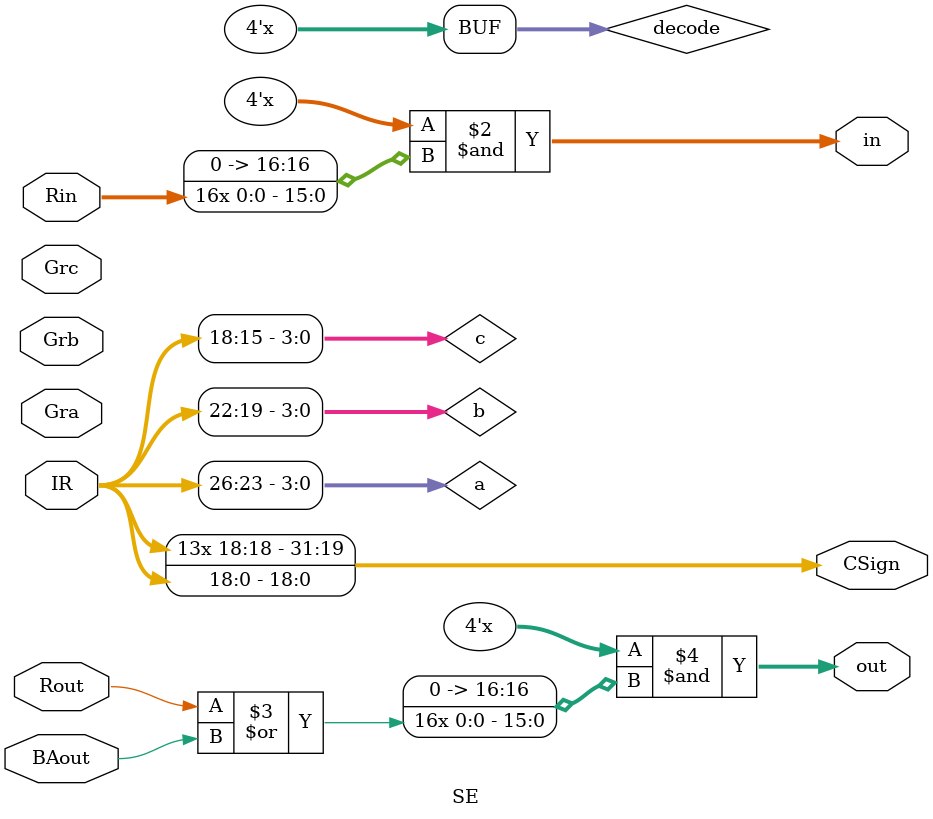
<source format=v>
module SE(
	input Gra, Grb, Grc, Rin, Rout, BAout,
	input [31:0]IR,
	output [31:0] CSign,
	output wire [16:0]in, out
);
reg [3:0]a, b, c, decode;
reg [16:0]q;
always @ (IR, Gra, Grb, Grc) begin
	a <= IR[26:23]; b <= IR[22:19]; c <= IR[19:15];
	if (Gra) decode <= a;
	else if (Grb) decode <= b;
	else if (Grc) decode <= c;
	case (decode)
		16'd0: q <= 16'd1;
		16'd1: q <= 16'd2;
		16'd2: q <= 16'd4;
		16'd3: q <= 16'd8;
		16'd4: q <= 16'd16;
		16'd5: q <= 16'd32;
		16'd6: q <= 16'd64;
		16'd7: q <= 16'd128;
		16'd8: q <= 16'd256;
		16'd9: q <= 16'd512;
		16'd10: q <= 16'd1024;
		16'd11: q <= 16'd2048;
		16'd12: q <= 16'd4096;
		16'd13: q <= 16'd8192;
		16'd14: q <= 16'h4000;
		16'd15: q <= 16'h8000;
	endcase
end
assign in = decode & {16{Rin}};
assign out = decode & {16{Rout | BAout}};
assign CSign = {{13{IR[18]}}, {IR[18:0]}};
endmodule
	
</source>
